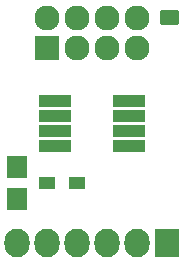
<source format=gbr>
G04 #@! TF.FileFunction,Soldermask,Top*
%FSLAX46Y46*%
G04 Gerber Fmt 4.6, Leading zero omitted, Abs format (unit mm)*
G04 Created by KiCad (PCBNEW 4.0.1-stable) date Thu 28 Jan 2016 04:51:10 PM EET*
%MOMM*%
G01*
G04 APERTURE LIST*
%ADD10C,0.100000*%
%ADD11R,2.750000X1.000000*%
%ADD12R,1.390000X1.050000*%
%ADD13R,2.127200X2.127200*%
%ADD14O,2.127200X2.127200*%
%ADD15R,2.127200X2.432000*%
%ADD16O,2.127200X2.432000*%
%ADD17R,1.700000X1.900000*%
%ADD18C,0.254000*%
G04 APERTURE END LIST*
D10*
D11*
X145490000Y-108585000D03*
X145490000Y-109855000D03*
X145490000Y-111125000D03*
X145490000Y-112395000D03*
X151690000Y-112395000D03*
X151690000Y-111125000D03*
X151690000Y-109855000D03*
X151690000Y-108585000D03*
D12*
X147305000Y-115570000D03*
X144795000Y-115570000D03*
D13*
X144780000Y-104140000D03*
D14*
X144780000Y-101600000D03*
X147320000Y-104140000D03*
X147320000Y-101600000D03*
X149860000Y-104140000D03*
X149860000Y-101600000D03*
X152400000Y-104140000D03*
X152400000Y-101600000D03*
D15*
X154940000Y-120650000D03*
D16*
X152400000Y-120650000D03*
X149860000Y-120650000D03*
X147320000Y-120650000D03*
X144780000Y-120650000D03*
X142240000Y-120650000D03*
D17*
X142240000Y-114220000D03*
X142240000Y-116920000D03*
D18*
G36*
X155829000Y-101981000D02*
X154432000Y-101981000D01*
X154432000Y-100965000D01*
X155829000Y-100965000D01*
X155829000Y-101981000D01*
X155829000Y-101981000D01*
G37*
X155829000Y-101981000D02*
X154432000Y-101981000D01*
X154432000Y-100965000D01*
X155829000Y-100965000D01*
X155829000Y-101981000D01*
M02*

</source>
